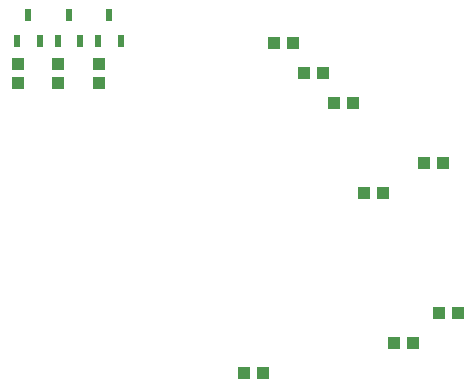
<source format=gtp>
G04 Layer: TopPasteMaskLayer*
G04 Panelize: , Column: 2, Row: 2, Board Size: 58.42mm x 58.42mm, Panelized Board Size: 118.84mm x 118.84mm*
G04 EasyEDA v6.5.34, 2023-08-21 18:11:39*
G04 65339524c9c04168860851439bfcdcf3,5a6b42c53f6a479593ecc07194224c93,10*
G04 Gerber Generator version 0.2*
G04 Scale: 100 percent, Rotated: No, Reflected: No *
G04 Dimensions in millimeters *
G04 leading zeros omitted , absolute positions ,4 integer and 5 decimal *
%FSLAX45Y45*%
%MOMM*%

%ADD10R,1.0000X1.1000*%
%ADD11R,0.5320X1.0375*%
%ADD12R,1.1000X1.0000*%

%LPD*%
D10*
G01*
X2980690Y2032000D03*
G01*
X3140684Y2032000D03*
G01*
X3234690Y4826000D03*
G01*
X3394684Y4826000D03*
G01*
X3488690Y4572000D03*
G01*
X3648684Y4572000D03*
G01*
X3742690Y4318000D03*
G01*
X3902684Y4318000D03*
G01*
X3996690Y3556000D03*
G01*
X4156684Y3556000D03*
G01*
X4250690Y2286000D03*
G01*
X4410684Y2286000D03*
G01*
X4504690Y3810000D03*
G01*
X4664684Y3810000D03*
G01*
X4631690Y2540000D03*
G01*
X4791684Y2540000D03*
D11*
G01*
X1155700Y5063134D03*
G01*
X1060704Y4842865D03*
G01*
X1250695Y4842865D03*
D12*
G01*
X1066800Y4652010D03*
G01*
X1066800Y4492015D03*
G01*
X1409700Y4652010D03*
G01*
X1409700Y4492015D03*
D11*
G01*
X1498600Y5063134D03*
G01*
X1403604Y4842865D03*
G01*
X1593595Y4842865D03*
D12*
G01*
X1752600Y4652010D03*
G01*
X1752600Y4492015D03*
D11*
G01*
X1841500Y5063134D03*
G01*
X1746504Y4842865D03*
G01*
X1936495Y4842865D03*
M02*

</source>
